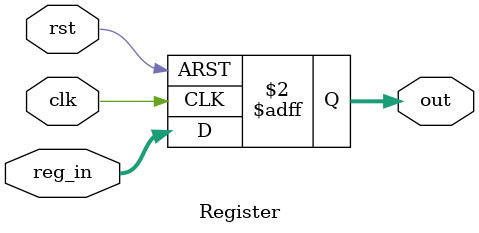
<source format=v>
module Register(clk, rst, reg_in, out);
    input clk, rst;
    input [31:0] reg_in;
    output reg [31:0] out;

    always @(posedge clk ,posedge rst) begin
        if (rst)
            out = 32'd0;
        else 
            out = reg_in;
    end

endmodule
</source>
